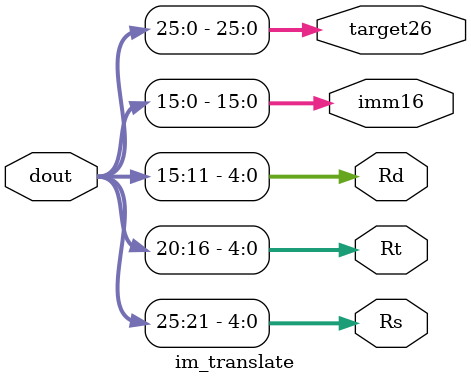
<source format=v>
module im_translate(dout,Rs,Rt,Rd,imm16,target26);
	input[31:0] dout;
	output[4:0] Rs,Rt,Rd;
	output[15:0] imm16;
	output[25:0] target26;


	assign Rs = dout[25:21];
	assign Rt = dout[20:16];
	assign Rd = dout[15:11];
	assign imm16 = dout[15:0];
	assign target26 = dout[25:0];
endmodule
</source>
